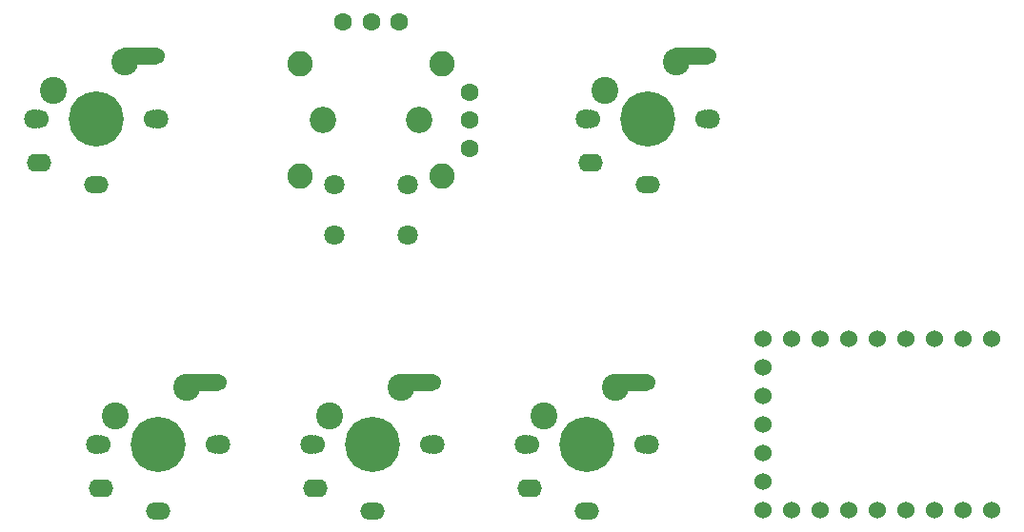
<source format=gbr>
%TF.GenerationSoftware,KiCad,Pcbnew,7.0.8*%
%TF.CreationDate,2024-01-07T19:03:19+09:00*%
%TF.ProjectId,coolpad29,636f6f6c-7061-4643-9239-2e6b69636164,rev?*%
%TF.SameCoordinates,Original*%
%TF.FileFunction,Soldermask,Bot*%
%TF.FilePolarity,Negative*%
%FSLAX46Y46*%
G04 Gerber Fmt 4.6, Leading zero omitted, Abs format (unit mm)*
G04 Created by KiCad (PCBNEW 7.0.8) date 2024-01-07 19:03:19*
%MOMM*%
%LPD*%
G01*
G04 APERTURE LIST*
G04 Aperture macros list*
%AMHorizOval*
0 Thick line with rounded ends*
0 $1 width*
0 $2 $3 position (X,Y) of the first rounded end (center of the circle)*
0 $4 $5 position (X,Y) of the second rounded end (center of the circle)*
0 Add line between two ends*
20,1,$1,$2,$3,$4,$5,0*
0 Add two circle primitives to create the rounded ends*
1,1,$1,$2,$3*
1,1,$1,$4,$5*%
G04 Aperture macros list end*
%ADD10C,2.250000*%
%ADD11C,2.350000*%
%ADD12C,1.600000*%
%ADD13C,1.800000*%
%ADD14C,1.700000*%
%ADD15C,4.900000*%
%ADD16O,2.200000X1.600000*%
%ADD17C,2.400000*%
%ADD18O,2.200000X1.500000*%
%ADD19HorizOval,1.500000X1.449945X0.012653X-1.449945X-0.012653X0*%
%ADD20C,1.524000*%
G04 APERTURE END LIST*
D10*
%TO.C,J1*%
X1275000Y-10470000D03*
X1275000Y-20470000D03*
D11*
X3300000Y-15470000D03*
X11900000Y-15470000D03*
D10*
X13925000Y-10470000D03*
X13925000Y-20470000D03*
D12*
X10100000Y-6740000D03*
X16330000Y-12970000D03*
X7600000Y-6740000D03*
X16330000Y-15470000D03*
D13*
X4350000Y-21220000D03*
X4350000Y-25720000D03*
D12*
X5100000Y-6740000D03*
D13*
X10850000Y-21220000D03*
X10850000Y-25720000D03*
D12*
X16330000Y-17970000D03*
%TD*%
D13*
%TO.C,SW2*%
X2250000Y-44340000D03*
D14*
X2670000Y-44340000D03*
D15*
X7750000Y-44340000D03*
D14*
X12830000Y-44340000D03*
D13*
X13250000Y-44340000D03*
D16*
X2650000Y-48240000D03*
D17*
X3940000Y-41800000D03*
D18*
X7750000Y-50240000D03*
D17*
X10290000Y-39260000D03*
D19*
X11650042Y-38799599D03*
%TD*%
D13*
%TO.C,SW1*%
X-16800000Y-44340000D03*
D14*
X-16380000Y-44340000D03*
D15*
X-11300000Y-44340000D03*
D14*
X-6220000Y-44340000D03*
D13*
X-5800000Y-44340000D03*
D16*
X-16400000Y-48240000D03*
D17*
X-15110000Y-41800000D03*
D18*
X-11300000Y-50240000D03*
D17*
X-8760000Y-39260000D03*
D19*
X-7399958Y-38799599D03*
%TD*%
D13*
%TO.C,SW5*%
X26720000Y-15340000D03*
D14*
X27140000Y-15340000D03*
D15*
X32220000Y-15340000D03*
D14*
X37300000Y-15340000D03*
D13*
X37720000Y-15340000D03*
D16*
X27120000Y-19240000D03*
D17*
X28410000Y-12800000D03*
D18*
X32220000Y-21240000D03*
D17*
X34760000Y-10260000D03*
D19*
X36120042Y-9799599D03*
%TD*%
D13*
%TO.C,SW3*%
X21300000Y-44340000D03*
D14*
X21720000Y-44340000D03*
D15*
X26800000Y-44340000D03*
D14*
X31880000Y-44340000D03*
D13*
X32300000Y-44340000D03*
D16*
X21700000Y-48240000D03*
D17*
X22990000Y-41800000D03*
D18*
X26800000Y-50240000D03*
D17*
X29340000Y-39260000D03*
D19*
X30700042Y-38799599D03*
%TD*%
D13*
%TO.C,SW4*%
X-22320000Y-15340000D03*
D14*
X-21900000Y-15340000D03*
D15*
X-16820000Y-15340000D03*
D14*
X-11740000Y-15340000D03*
D13*
X-11320000Y-15340000D03*
D16*
X-21920000Y-19240000D03*
D17*
X-20630000Y-12800000D03*
D18*
X-16820000Y-21240000D03*
D17*
X-14280000Y-10260000D03*
D19*
X-12919958Y-9799599D03*
%TD*%
D20*
%TO.C,U2*%
X62730000Y-50140000D03*
X60190000Y-50140000D03*
X57650000Y-50140000D03*
X55110000Y-50140000D03*
X52570000Y-50140000D03*
X50030000Y-50140000D03*
X47490000Y-50140000D03*
X44950000Y-50140000D03*
X42410000Y-50140000D03*
X42410000Y-47600000D03*
X42410000Y-45060000D03*
X42410000Y-42520000D03*
X42410000Y-39980000D03*
X42410000Y-37440000D03*
X42410000Y-34900000D03*
X44950000Y-34900000D03*
X47490000Y-34900000D03*
X50030000Y-34900000D03*
X52570000Y-34900000D03*
X55110000Y-34900000D03*
X57650000Y-34900000D03*
X60190000Y-34900000D03*
X62730000Y-34900000D03*
%TD*%
M02*

</source>
